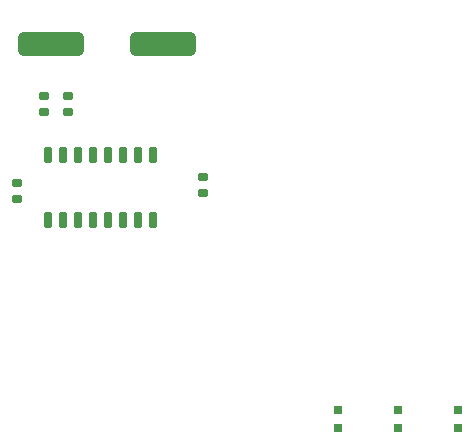
<source format=gtp>
G04*
G04 #@! TF.GenerationSoftware,Altium Limited,Altium Designer,21.6.1 (37)*
G04*
G04 Layer_Color=8421504*
%FSLAX44Y44*%
%MOMM*%
G71*
G04*
G04 #@! TF.SameCoordinates,45D27BC1-988F-4E8A-9F01-A3EFFFD16F67*
G04*
G04*
G04 #@! TF.FilePolarity,Positive*
G04*
G01*
G75*
G04:AMPARAMS|DCode=16|XSize=0.7mm|YSize=0.9mm|CornerRadius=0.175mm|HoleSize=0mm|Usage=FLASHONLY|Rotation=270.000|XOffset=0mm|YOffset=0mm|HoleType=Round|Shape=RoundedRectangle|*
%AMROUNDEDRECTD16*
21,1,0.7000,0.5500,0,0,270.0*
21,1,0.3500,0.9000,0,0,270.0*
1,1,0.3500,-0.2750,-0.1750*
1,1,0.3500,-0.2750,0.1750*
1,1,0.3500,0.2750,0.1750*
1,1,0.3500,0.2750,-0.1750*
%
%ADD16ROUNDEDRECTD16*%
%ADD17R,0.8000X0.8000*%
G04:AMPARAMS|DCode=18|XSize=5.6mm|YSize=2.1mm|CornerRadius=0.525mm|HoleSize=0mm|Usage=FLASHONLY|Rotation=0.000|XOffset=0mm|YOffset=0mm|HoleType=Round|Shape=RoundedRectangle|*
%AMROUNDEDRECTD18*
21,1,5.6000,1.0500,0,0,0.0*
21,1,4.5500,2.1000,0,0,0.0*
1,1,1.0500,2.2750,-0.5250*
1,1,1.0500,-2.2750,-0.5250*
1,1,1.0500,-2.2750,0.5250*
1,1,1.0500,2.2750,0.5250*
%
%ADD18ROUNDEDRECTD18*%
G04:AMPARAMS|DCode=19|XSize=1.31mm|YSize=0.62mm|CornerRadius=0.0775mm|HoleSize=0mm|Usage=FLASHONLY|Rotation=270.000|XOffset=0mm|YOffset=0mm|HoleType=Round|Shape=RoundedRectangle|*
%AMROUNDEDRECTD19*
21,1,1.3100,0.4650,0,0,270.0*
21,1,1.1550,0.6200,0,0,270.0*
1,1,0.1550,-0.2325,-0.5775*
1,1,0.1550,-0.2325,0.5775*
1,1,0.1550,0.2325,0.5775*
1,1,0.1550,0.2325,-0.5775*
%
%ADD19ROUNDEDRECTD19*%
D16*
X220804Y399900D02*
D03*
Y412900D02*
D03*
X241124Y399900D02*
D03*
Y412900D02*
D03*
X355600Y331320D02*
D03*
Y344320D02*
D03*
X198120Y339240D02*
D03*
Y326240D02*
D03*
D17*
X571500Y147200D02*
D03*
Y132200D02*
D03*
X520700Y147200D02*
D03*
Y132200D02*
D03*
X469900Y147200D02*
D03*
Y132200D02*
D03*
D18*
X226820Y457200D02*
D03*
X321820D02*
D03*
D19*
X313690Y307780D02*
D03*
X300990D02*
D03*
X224790Y362780D02*
D03*
X237490Y307780D02*
D03*
Y362780D02*
D03*
X262890D02*
D03*
X224790Y307780D02*
D03*
X250190Y362780D02*
D03*
Y307780D02*
D03*
X262890D02*
D03*
X288290D02*
D03*
X275590Y362780D02*
D03*
X288290D02*
D03*
X313690D02*
D03*
X275590Y307780D02*
D03*
X300990Y362780D02*
D03*
M02*

</source>
